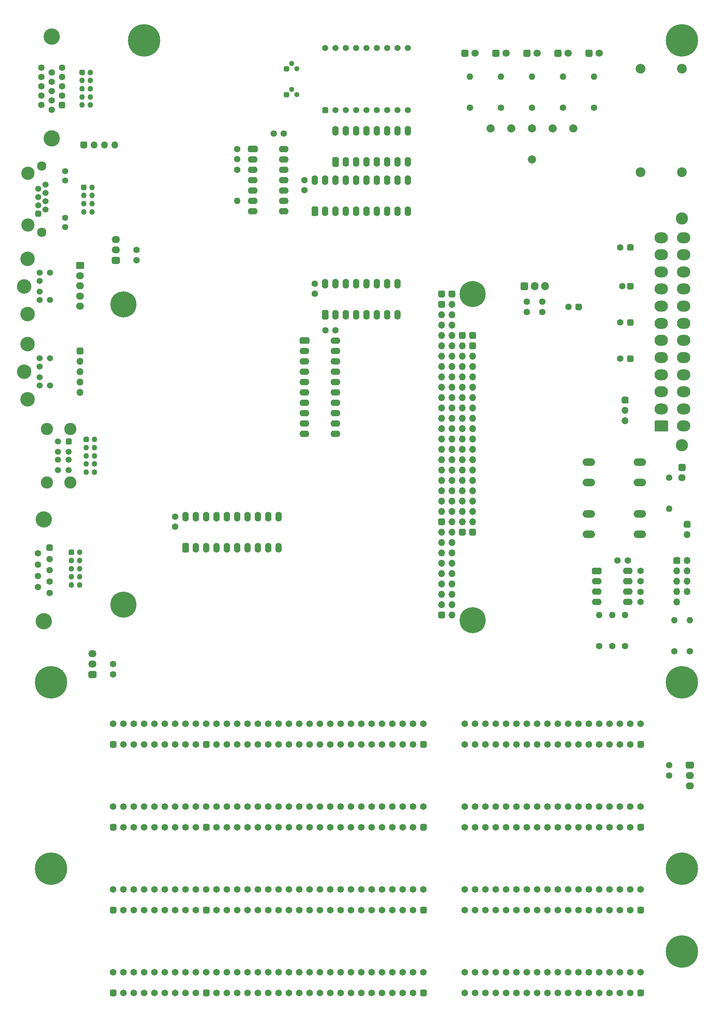
<source format=gbr>
%TF.GenerationSoftware,KiCad,Pcbnew,(5.1.10)-1*%
%TF.CreationDate,2021-09-07T03:02:04-07:00*%
%TF.ProjectId,matx-pc104,6d617478-2d70-4633-9130-342e6b696361,rev?*%
%TF.SameCoordinates,PX18392c0PYda028c0*%
%TF.FileFunction,Soldermask,Top*%
%TF.FilePolarity,Negative*%
%FSLAX46Y46*%
G04 Gerber Fmt 4.6, Leading zero omitted, Abs format (unit mm)*
G04 Created by KiCad (PCBNEW (5.1.10)-1) date 2021-09-07 03:02:04*
%MOMM*%
%LPD*%
G01*
G04 APERTURE LIST*
%ADD10O,1.600000X1.600000*%
%ADD11C,1.600000*%
%ADD12C,1.800000*%
%ADD13O,1.700000X1.700000*%
%ADD14O,1.350000X1.350000*%
%ADD15O,1.950000X1.700000*%
%ADD16C,4.000000*%
%ADD17C,2.000000*%
%ADD18O,2.400000X1.600000*%
%ADD19C,1.509000*%
%ADD20C,3.555000*%
%ADD21C,1.500000*%
%ADD22C,3.000000*%
%ADD23C,3.250000*%
%ADD24C,2.300000*%
%ADD25O,1.600000X2.400000*%
%ADD26C,1.300000*%
%ADD27O,2.030000X1.730000*%
%ADD28O,3.048000X1.850000*%
%ADD29O,2.400000X2.400000*%
%ADD30C,2.400000*%
%ADD31O,1.905000X2.000000*%
%ADD32C,6.400000*%
%ADD33C,1.651000*%
%ADD34O,3.300000X2.700000*%
%ADD35C,7.924800*%
G04 APERTURE END LIST*
D10*
%TO.C,R14*%
X151765000Y88265000D03*
D11*
X151765000Y95885000D03*
%TD*%
D12*
%TO.C,D6*%
X154940000Y95885000D03*
G36*
G01*
X154490000Y99325000D02*
X155390000Y99325000D01*
G75*
G02*
X155840000Y98875000I0J-450000D01*
G01*
X155840000Y97975000D01*
G75*
G02*
X155390000Y97525000I-450000J0D01*
G01*
X154490000Y97525000D01*
G75*
G02*
X154040000Y97975000I0J450000D01*
G01*
X154040000Y98875000D01*
G75*
G02*
X154490000Y99325000I450000J0D01*
G01*
G37*
%TD*%
D13*
%TO.C,J20*%
X15621000Y177546000D03*
X13081000Y177546000D03*
X10541000Y177546000D03*
G36*
G01*
X8426000Y176696000D02*
X7576000Y176696000D01*
G75*
G02*
X7151000Y177121000I0J425000D01*
G01*
X7151000Y177971000D01*
G75*
G02*
X7576000Y178396000I425000J0D01*
G01*
X8426000Y178396000D01*
G75*
G02*
X8851000Y177971000I0J-425000D01*
G01*
X8851000Y177121000D01*
G75*
G02*
X8426000Y176696000I-425000J0D01*
G01*
G37*
%TD*%
D14*
%TO.C,J25*%
X6953000Y69597000D03*
X4953000Y69597000D03*
X6953000Y71597000D03*
X4953000Y71597000D03*
X6953000Y73597000D03*
X4953000Y73597000D03*
X6953000Y75597000D03*
X4953000Y75597000D03*
X6953000Y77597000D03*
G36*
G01*
X4278000Y77259500D02*
X4278000Y77934500D01*
G75*
G02*
X4615500Y78272000I337500J0D01*
G01*
X5290500Y78272000D01*
G75*
G02*
X5628000Y77934500I0J-337500D01*
G01*
X5628000Y77259500D01*
G75*
G02*
X5290500Y76922000I-337500J0D01*
G01*
X4615500Y76922000D01*
G75*
G02*
X4278000Y77259500I0J337500D01*
G01*
G37*
%TD*%
%TO.C,J24*%
X10636000Y97283000D03*
X8636000Y97283000D03*
X10636000Y99283000D03*
X8636000Y99283000D03*
X10636000Y101283000D03*
X8636000Y101283000D03*
X10636000Y103283000D03*
X8636000Y103283000D03*
X10636000Y105283000D03*
G36*
G01*
X7961000Y104945500D02*
X7961000Y105620500D01*
G75*
G02*
X8298500Y105958000I337500J0D01*
G01*
X8973500Y105958000D01*
G75*
G02*
X9311000Y105620500I0J-337500D01*
G01*
X9311000Y104945500D01*
G75*
G02*
X8973500Y104608000I-337500J0D01*
G01*
X8298500Y104608000D01*
G75*
G02*
X7961000Y104945500I0J337500D01*
G01*
G37*
%TD*%
D13*
%TO.C,J23*%
X7112000Y116840000D03*
X7112000Y119380000D03*
X7112000Y121920000D03*
X7112000Y124460000D03*
G36*
G01*
X6262000Y126575000D02*
X6262000Y127425000D01*
G75*
G02*
X6687000Y127850000I425000J0D01*
G01*
X7537000Y127850000D01*
G75*
G02*
X7962000Y127425000I0J-425000D01*
G01*
X7962000Y126575000D01*
G75*
G02*
X7537000Y126150000I-425000J0D01*
G01*
X6687000Y126150000D01*
G75*
G02*
X6262000Y126575000I0J425000D01*
G01*
G37*
%TD*%
D15*
%TO.C,J22*%
X7112000Y137955000D03*
X7112000Y140455000D03*
X7112000Y142955000D03*
X7112000Y145455000D03*
G36*
G01*
X6387000Y148805000D02*
X7837000Y148805000D01*
G75*
G02*
X8087000Y148555000I0J-250000D01*
G01*
X8087000Y147355000D01*
G75*
G02*
X7837000Y147105000I-250000J0D01*
G01*
X6387000Y147105000D01*
G75*
G02*
X6137000Y147355000I0J250000D01*
G01*
X6137000Y148555000D01*
G75*
G02*
X6387000Y148805000I250000J0D01*
G01*
G37*
%TD*%
D14*
%TO.C,J21*%
X10001000Y161132000D03*
X8001000Y161132000D03*
X10001000Y163132000D03*
X8001000Y163132000D03*
X10001000Y165132000D03*
X8001000Y165132000D03*
X10001000Y167132000D03*
G36*
G01*
X7326000Y166794500D02*
X7326000Y167469500D01*
G75*
G02*
X7663500Y167807000I337500J0D01*
G01*
X8338500Y167807000D01*
G75*
G02*
X8676000Y167469500I0J-337500D01*
G01*
X8676000Y166794500D01*
G75*
G02*
X8338500Y166457000I-337500J0D01*
G01*
X7663500Y166457000D01*
G75*
G02*
X7326000Y166794500I0J337500D01*
G01*
G37*
%TD*%
%TO.C,J19*%
X9620000Y187326000D03*
X7620000Y187326000D03*
X9620000Y189326000D03*
X7620000Y189326000D03*
X9620000Y191326000D03*
X7620000Y191326000D03*
X9620000Y193326000D03*
X7620000Y193326000D03*
X9620000Y195326000D03*
G36*
G01*
X6945000Y194988500D02*
X6945000Y195663500D01*
G75*
G02*
X7282500Y196001000I337500J0D01*
G01*
X7957500Y196001000D01*
G75*
G02*
X8295000Y195663500I0J-337500D01*
G01*
X8295000Y194988500D01*
G75*
G02*
X7957500Y194651000I-337500J0D01*
G01*
X7282500Y194651000D01*
G75*
G02*
X6945000Y194988500I0J337500D01*
G01*
G37*
%TD*%
D16*
%TO.C,J18*%
X-1801000Y60700000D03*
X-1801000Y85700000D03*
D11*
X-3221000Y69045000D03*
X-3221000Y71815000D03*
X-3221000Y74585000D03*
X-3221000Y77355000D03*
X-381000Y67660000D03*
X-381000Y70430000D03*
X-381000Y73200000D03*
X-381000Y75970000D03*
G36*
G01*
X-781000Y79540000D02*
X19000Y79540000D01*
G75*
G02*
X419000Y79140000I0J-400000D01*
G01*
X419000Y78340000D01*
G75*
G02*
X19000Y77940000I-400000J0D01*
G01*
X-781000Y77940000D01*
G75*
G02*
X-1181000Y78340000I0J400000D01*
G01*
X-1181000Y79140000D01*
G75*
G02*
X-781000Y79540000I400000J0D01*
G01*
G37*
%TD*%
D17*
%TO.C,TP5*%
X128270000Y181610000D03*
%TD*%
%TO.C,TP4*%
X123190000Y181610000D03*
%TD*%
%TO.C,TP3*%
X118110000Y181610000D03*
%TD*%
%TO.C,TP2*%
X113030000Y181610000D03*
%TD*%
%TO.C,TP1*%
X107950000Y181610000D03*
%TD*%
%TO.C,TP6*%
X118110000Y173990000D03*
%TD*%
D18*
%TO.C,U7*%
X57150000Y176530000D03*
X49530000Y161290000D03*
X57150000Y173990000D03*
X49530000Y163830000D03*
X57150000Y171450000D03*
X49530000Y166370000D03*
X57150000Y168910000D03*
X49530000Y168910000D03*
X57150000Y166370000D03*
X49530000Y171450000D03*
X57150000Y163830000D03*
X49530000Y173990000D03*
X57150000Y161290000D03*
G36*
G01*
X48330000Y176130000D02*
X48330000Y176930000D01*
G75*
G02*
X48730000Y177330000I400000J0D01*
G01*
X50330000Y177330000D01*
G75*
G02*
X50730000Y176930000I0J-400000D01*
G01*
X50730000Y176130000D01*
G75*
G02*
X50330000Y175730000I-400000J0D01*
G01*
X48730000Y175730000D01*
G75*
G02*
X48330000Y176130000I0J400000D01*
G01*
G37*
%TD*%
D10*
%TO.C,R11*%
X45720000Y163830000D03*
D11*
X45720000Y171450000D03*
%TD*%
%TO.C,C16*%
X57150000Y180340000D03*
X54650000Y180340000D03*
%TD*%
%TO.C,C15*%
X45720000Y176530000D03*
X45720000Y174030000D03*
%TD*%
D13*
%TO.C,J8*%
X153670000Y65405000D03*
X156210000Y67945000D03*
X153670000Y67945000D03*
X156210000Y70485000D03*
X153670000Y70485000D03*
X156210000Y73025000D03*
X153670000Y73025000D03*
X156210000Y75565000D03*
G36*
G01*
X152820000Y75140000D02*
X152820000Y75990000D01*
G75*
G02*
X153245000Y76415000I425000J0D01*
G01*
X154095000Y76415000D01*
G75*
G02*
X154520000Y75990000I0J-425000D01*
G01*
X154520000Y75140000D01*
G75*
G02*
X154095000Y74715000I-425000J0D01*
G01*
X153245000Y74715000D01*
G75*
G02*
X152820000Y75140000I0J425000D01*
G01*
G37*
%TD*%
%TO.C,U4*%
G36*
G01*
X61030000Y129140000D02*
X61030000Y129940000D01*
G75*
G02*
X61430000Y130340000I400000J0D01*
G01*
X63030000Y130340000D01*
G75*
G02*
X63430000Y129940000I0J-400000D01*
G01*
X63430000Y129140000D01*
G75*
G02*
X63030000Y128740000I-400000J0D01*
G01*
X61430000Y128740000D01*
G75*
G02*
X61030000Y129140000I0J400000D01*
G01*
G37*
D18*
X69850000Y106680000D03*
X62230000Y127000000D03*
X69850000Y109220000D03*
X62230000Y124460000D03*
X69850000Y111760000D03*
X62230000Y121920000D03*
X69850000Y114300000D03*
X62230000Y119380000D03*
X69850000Y116840000D03*
X62230000Y116840000D03*
X69850000Y119380000D03*
X62230000Y114300000D03*
X69850000Y121920000D03*
X62230000Y111760000D03*
X69850000Y124460000D03*
X62230000Y109220000D03*
X69850000Y127000000D03*
X62230000Y106680000D03*
X69850000Y129540000D03*
%TD*%
%TO.C,JP1*%
G36*
G01*
X140120000Y114510000D02*
X140120000Y115360000D01*
G75*
G02*
X140545000Y115785000I425000J0D01*
G01*
X141395000Y115785000D01*
G75*
G02*
X141820000Y115360000I0J-425000D01*
G01*
X141820000Y114510000D01*
G75*
G02*
X141395000Y114085000I-425000J0D01*
G01*
X140545000Y114085000D01*
G75*
G02*
X140120000Y114510000I0J425000D01*
G01*
G37*
D13*
X140970000Y112395000D03*
X140970000Y109855000D03*
%TD*%
D19*
%TO.C,J16*%
X-2794000Y123190000D03*
X-2794000Y120590000D03*
X-2794000Y125240000D03*
X-2794000Y118540000D03*
X-304000Y125240000D03*
X-304000Y118540000D03*
D20*
X-6604000Y121890000D03*
X-5794000Y115130000D03*
X-5794000Y128650000D03*
%TD*%
%TO.C,J13*%
G36*
G01*
X2267000Y188125000D02*
X3067000Y188125000D01*
G75*
G02*
X3467000Y187725000I0J-400000D01*
G01*
X3467000Y186925000D01*
G75*
G02*
X3067000Y186525000I-400000J0D01*
G01*
X2267000Y186525000D01*
G75*
G02*
X1867000Y186925000I0J400000D01*
G01*
X1867000Y187725000D01*
G75*
G02*
X2267000Y188125000I400000J0D01*
G01*
G37*
D11*
X2667000Y189615000D03*
X2667000Y191905000D03*
X2667000Y194195000D03*
X2667000Y196485000D03*
X127000Y186180000D03*
X127000Y188470000D03*
X127000Y190760000D03*
X127000Y193050000D03*
X127000Y195340000D03*
X-2413000Y187325000D03*
X-2413000Y189615000D03*
X-2413000Y191905000D03*
X-2413000Y194195000D03*
X-2413000Y196485000D03*
D16*
X167000Y204140000D03*
X167000Y179140000D03*
%TD*%
D19*
%TO.C,J15*%
X-2794000Y144145000D03*
X-2794000Y141545000D03*
X-2794000Y146195000D03*
X-2794000Y139495000D03*
X-304000Y146195000D03*
X-304000Y139495000D03*
D20*
X-6604000Y142845000D03*
X-5794000Y136085000D03*
X-5794000Y149605000D03*
%TD*%
D21*
%TO.C,J17*%
X1698000Y97775000D03*
X1698000Y100275000D03*
X1698000Y102275000D03*
X1698000Y104775000D03*
D22*
X-1012000Y94705000D03*
X-1012000Y107845000D03*
D21*
X4318000Y97775000D03*
X4318000Y100275000D03*
X4318000Y102275000D03*
G36*
G01*
X3943000Y105525000D02*
X4693000Y105525000D01*
G75*
G02*
X5068000Y105150000I0J-375000D01*
G01*
X5068000Y104400000D01*
G75*
G02*
X4693000Y104025000I-375000J0D01*
G01*
X3943000Y104025000D01*
G75*
G02*
X3568000Y104400000I0J375000D01*
G01*
X3568000Y105150000D01*
G75*
G02*
X3943000Y105525000I375000J0D01*
G01*
G37*
D22*
X4668000Y107845000D03*
X4668000Y94705000D03*
%TD*%
%TO.C,J14*%
G36*
G01*
X-2800000Y159905000D02*
X-3550000Y159905000D01*
G75*
G02*
X-3925000Y160280000I0J375000D01*
G01*
X-3925000Y161030000D01*
G75*
G02*
X-3550000Y161405000I375000J0D01*
G01*
X-2800000Y161405000D01*
G75*
G02*
X-2425000Y161030000I0J-375000D01*
G01*
X-2425000Y160280000D01*
G75*
G02*
X-2800000Y159905000I-375000J0D01*
G01*
G37*
D21*
X-3175000Y162687000D03*
X-3175000Y164719000D03*
X-3175000Y166751000D03*
X-1395000Y161671000D03*
X-1395000Y163703000D03*
X-1395000Y165735000D03*
X-1395000Y167767000D03*
D23*
X-5715000Y157865000D03*
X-5715000Y170565000D03*
D24*
X-2285000Y172345000D03*
X-2285000Y156085000D03*
D21*
X3425000Y157355000D03*
X3425000Y159645000D03*
X3425000Y168785000D03*
X3425000Y171075000D03*
%TD*%
D25*
%TO.C,RN1*%
X69850000Y180975000D03*
X87630000Y173355000D03*
X72390000Y180975000D03*
X85090000Y173355000D03*
X74930000Y180975000D03*
X82550000Y173355000D03*
X77470000Y180975000D03*
X80010000Y173355000D03*
X80010000Y180975000D03*
X77470000Y173355000D03*
X82550000Y180975000D03*
X74930000Y173355000D03*
X85090000Y180975000D03*
X72390000Y173355000D03*
X87630000Y180975000D03*
G36*
G01*
X70250000Y172155000D02*
X69450000Y172155000D01*
G75*
G02*
X69050000Y172555000I0J400000D01*
G01*
X69050000Y174155000D01*
G75*
G02*
X69450000Y174555000I400000J0D01*
G01*
X70250000Y174555000D01*
G75*
G02*
X70650000Y174155000I0J-400000D01*
G01*
X70650000Y172555000D01*
G75*
G02*
X70250000Y172155000I-400000J0D01*
G01*
G37*
%TD*%
%TO.C,Q2*%
G36*
G01*
X57135000Y189540000D02*
X57135000Y190190000D01*
G75*
G02*
X57460000Y190515000I325000J0D01*
G01*
X58110000Y190515000D01*
G75*
G02*
X58435000Y190190000I0J-325000D01*
G01*
X58435000Y189540000D01*
G75*
G02*
X58110000Y189215000I-325000J0D01*
G01*
X57460000Y189215000D01*
G75*
G02*
X57135000Y189540000I0J325000D01*
G01*
G37*
D26*
X60325000Y189865000D03*
X59055000Y191135000D03*
%TD*%
%TO.C,Q1*%
G36*
G01*
X57135000Y195890000D02*
X57135000Y196540000D01*
G75*
G02*
X57460000Y196865000I325000J0D01*
G01*
X58110000Y196865000D01*
G75*
G02*
X58435000Y196540000I0J-325000D01*
G01*
X58435000Y195890000D01*
G75*
G02*
X58110000Y195565000I-325000J0D01*
G01*
X57460000Y195565000D01*
G75*
G02*
X57135000Y195890000I0J325000D01*
G01*
G37*
X60325000Y196215000D03*
X59055000Y197485000D03*
%TD*%
D25*
%TO.C,U6*%
X64770000Y168910000D03*
X87630000Y161290000D03*
X67310000Y168910000D03*
X85090000Y161290000D03*
X69850000Y168910000D03*
X82550000Y161290000D03*
X72390000Y168910000D03*
X80010000Y161290000D03*
X74930000Y168910000D03*
X77470000Y161290000D03*
X77470000Y168910000D03*
X74930000Y161290000D03*
X80010000Y168910000D03*
X72390000Y161290000D03*
X82550000Y168910000D03*
X69850000Y161290000D03*
X85090000Y168910000D03*
X67310000Y161290000D03*
X87630000Y168910000D03*
G36*
G01*
X65170000Y160090000D02*
X64370000Y160090000D01*
G75*
G02*
X63970000Y160490000I0J400000D01*
G01*
X63970000Y162090000D01*
G75*
G02*
X64370000Y162490000I400000J0D01*
G01*
X65170000Y162490000D01*
G75*
G02*
X65570000Y162090000I0J-400000D01*
G01*
X65570000Y160490000D01*
G75*
G02*
X65170000Y160090000I-400000J0D01*
G01*
G37*
%TD*%
D11*
%TO.C,C22*%
X151765000Y25360000D03*
X151765000Y22860000D03*
%TD*%
%TO.C,C21*%
X15240000Y47665000D03*
X15240000Y50165000D03*
%TD*%
%TO.C,C20*%
X20955000Y149265000D03*
X20955000Y151765000D03*
%TD*%
%TO.C,C14*%
X62230000Y168910000D03*
X62230000Y166410000D03*
%TD*%
%TO.C,C13*%
X30480000Y86360000D03*
X30480000Y83860000D03*
%TD*%
%TO.C,C12*%
X67350000Y132080000D03*
X69850000Y132080000D03*
%TD*%
%TO.C,C11*%
X64770000Y141010000D03*
X64770000Y143510000D03*
%TD*%
D27*
%TO.C,J10*%
X10160000Y52705000D03*
X10160000Y50165000D03*
G36*
G01*
X11175000Y48057500D02*
X11175000Y47192500D01*
G75*
G02*
X10742500Y46760000I-432500J0D01*
G01*
X9577500Y46760000D01*
G75*
G02*
X9145000Y47192500I0J432500D01*
G01*
X9145000Y48057500D01*
G75*
G02*
X9577500Y48490000I432500J0D01*
G01*
X10742500Y48490000D01*
G75*
G02*
X11175000Y48057500I0J-432500D01*
G01*
G37*
%TD*%
D21*
%TO.C,U8*%
X67310000Y201295000D03*
X69850000Y201295000D03*
X72390000Y201295000D03*
X74930000Y201295000D03*
X77470000Y201295000D03*
X80010000Y201295000D03*
X82550000Y201295000D03*
X85090000Y201295000D03*
X87630000Y201295000D03*
X87630000Y186055000D03*
X85090000Y186055000D03*
X82550000Y186055000D03*
X80010000Y186055000D03*
X77470000Y186055000D03*
X74930000Y186055000D03*
X72390000Y186055000D03*
X69850000Y186055000D03*
G36*
G01*
X67685000Y185305000D02*
X66935000Y185305000D01*
G75*
G02*
X66560000Y185680000I0J375000D01*
G01*
X66560000Y186430000D01*
G75*
G02*
X66935000Y186805000I375000J0D01*
G01*
X67685000Y186805000D01*
G75*
G02*
X68060000Y186430000I0J-375000D01*
G01*
X68060000Y185680000D01*
G75*
G02*
X67685000Y185305000I-375000J0D01*
G01*
G37*
%TD*%
%TO.C,U2*%
G36*
G01*
X132785000Y72625000D02*
X132785000Y73425000D01*
G75*
G02*
X133185000Y73825000I400000J0D01*
G01*
X134785000Y73825000D01*
G75*
G02*
X135185000Y73425000I0J-400000D01*
G01*
X135185000Y72625000D01*
G75*
G02*
X134785000Y72225000I-400000J0D01*
G01*
X133185000Y72225000D01*
G75*
G02*
X132785000Y72625000I0J400000D01*
G01*
G37*
D18*
X141605000Y65405000D03*
X133985000Y70485000D03*
X141605000Y67945000D03*
X133985000Y67945000D03*
X141605000Y70485000D03*
X133985000Y65405000D03*
X141605000Y73025000D03*
%TD*%
D28*
%TO.C,SW2*%
X132080000Y81995000D03*
X132080000Y86995000D03*
X144580000Y81995000D03*
X144580000Y86995000D03*
%TD*%
%TO.C,SW1*%
X132080000Y94695000D03*
X132080000Y99695000D03*
X144580000Y94695000D03*
X144580000Y99695000D03*
%TD*%
D10*
%TO.C,R10*%
X153035000Y60960000D03*
D11*
X153035000Y53340000D03*
%TD*%
D10*
%TO.C,R9*%
X156845000Y60960000D03*
D11*
X156845000Y53340000D03*
%TD*%
D10*
%TO.C,R3*%
X140970000Y62230000D03*
D11*
X140970000Y54610000D03*
%TD*%
D10*
%TO.C,R2*%
X134620000Y62230000D03*
D11*
X134620000Y54610000D03*
%TD*%
D10*
%TO.C,R1*%
X137795000Y62230000D03*
D11*
X137795000Y54610000D03*
%TD*%
D13*
%TO.C,J12*%
X156210000Y81915000D03*
G36*
G01*
X155360000Y84030000D02*
X155360000Y84880000D01*
G75*
G02*
X155785000Y85305000I425000J0D01*
G01*
X156635000Y85305000D01*
G75*
G02*
X157060000Y84880000I0J-425000D01*
G01*
X157060000Y84030000D01*
G75*
G02*
X156635000Y83605000I-425000J0D01*
G01*
X155785000Y83605000D01*
G75*
G02*
X155360000Y84030000I0J425000D01*
G01*
G37*
%TD*%
D11*
%TO.C,C10*%
X144780000Y65405000D03*
X144780000Y67905000D03*
%TD*%
%TO.C,C9*%
X141605000Y75565000D03*
X139105000Y75565000D03*
%TD*%
%TO.C,C8*%
X144780000Y70525000D03*
X144780000Y73025000D03*
%TD*%
D25*
%TO.C,U5*%
X33020000Y86360000D03*
X55880000Y78740000D03*
X35560000Y86360000D03*
X53340000Y78740000D03*
X38100000Y86360000D03*
X50800000Y78740000D03*
X40640000Y86360000D03*
X48260000Y78740000D03*
X43180000Y86360000D03*
X45720000Y78740000D03*
X45720000Y86360000D03*
X43180000Y78740000D03*
X48260000Y86360000D03*
X40640000Y78740000D03*
X50800000Y86360000D03*
X38100000Y78740000D03*
X53340000Y86360000D03*
X35560000Y78740000D03*
X55880000Y86360000D03*
G36*
G01*
X33420000Y77540000D02*
X32620000Y77540000D01*
G75*
G02*
X32220000Y77940000I0J400000D01*
G01*
X32220000Y79540000D01*
G75*
G02*
X32620000Y79940000I400000J0D01*
G01*
X33420000Y79940000D01*
G75*
G02*
X33820000Y79540000I0J-400000D01*
G01*
X33820000Y77940000D01*
G75*
G02*
X33420000Y77540000I-400000J0D01*
G01*
G37*
%TD*%
%TO.C,U3*%
X67310000Y143510000D03*
X85090000Y135890000D03*
X69850000Y143510000D03*
X82550000Y135890000D03*
X72390000Y143510000D03*
X80010000Y135890000D03*
X74930000Y143510000D03*
X77470000Y135890000D03*
X77470000Y143510000D03*
X74930000Y135890000D03*
X80010000Y143510000D03*
X72390000Y135890000D03*
X82550000Y143510000D03*
X69850000Y135890000D03*
X85090000Y143510000D03*
G36*
G01*
X67710000Y134690000D02*
X66910000Y134690000D01*
G75*
G02*
X66510000Y135090000I0J400000D01*
G01*
X66510000Y136690000D01*
G75*
G02*
X66910000Y137090000I400000J0D01*
G01*
X67710000Y137090000D01*
G75*
G02*
X68110000Y136690000I0J-400000D01*
G01*
X68110000Y135090000D01*
G75*
G02*
X67710000Y134690000I-400000J0D01*
G01*
G37*
%TD*%
D11*
%TO.C,R8*%
X133350000Y186690000D03*
D10*
X133350000Y194310000D03*
%TD*%
D11*
%TO.C,R7*%
X125730000Y186690000D03*
D10*
X125730000Y194310000D03*
%TD*%
D11*
%TO.C,R6*%
X118110000Y186690000D03*
D10*
X118110000Y194310000D03*
%TD*%
D11*
%TO.C,R5*%
X110490000Y186690000D03*
D10*
X110490000Y194310000D03*
%TD*%
D11*
%TO.C,R4*%
X102870000Y186690000D03*
D10*
X102870000Y194310000D03*
%TD*%
D27*
%TO.C,J11*%
X156845000Y20320000D03*
X156845000Y22860000D03*
G36*
G01*
X155830000Y24967500D02*
X155830000Y25832500D01*
G75*
G02*
X156262500Y26265000I432500J0D01*
G01*
X157427500Y26265000D01*
G75*
G02*
X157860000Y25832500I0J-432500D01*
G01*
X157860000Y24967500D01*
G75*
G02*
X157427500Y24535000I-432500J0D01*
G01*
X156262500Y24535000D01*
G75*
G02*
X155830000Y24967500I0J432500D01*
G01*
G37*
%TD*%
%TO.C,J9*%
X15875000Y154305000D03*
X15875000Y151765000D03*
G36*
G01*
X16890000Y149657500D02*
X16890000Y148792500D01*
G75*
G02*
X16457500Y148360000I-432500J0D01*
G01*
X15292500Y148360000D01*
G75*
G02*
X14860000Y148792500I0J432500D01*
G01*
X14860000Y149657500D01*
G75*
G02*
X15292500Y150090000I432500J0D01*
G01*
X16457500Y150090000D01*
G75*
G02*
X16890000Y149657500I0J-432500D01*
G01*
G37*
%TD*%
%TO.C,D5*%
G36*
G01*
X131180000Y199575000D02*
X131180000Y200475000D01*
G75*
G02*
X131630000Y200925000I450000J0D01*
G01*
X132530000Y200925000D01*
G75*
G02*
X132980000Y200475000I0J-450000D01*
G01*
X132980000Y199575000D01*
G75*
G02*
X132530000Y199125000I-450000J0D01*
G01*
X131630000Y199125000D01*
G75*
G02*
X131180000Y199575000I0J450000D01*
G01*
G37*
D12*
X134620000Y200025000D03*
%TD*%
%TO.C,D4*%
G36*
G01*
X123560000Y199575000D02*
X123560000Y200475000D01*
G75*
G02*
X124010000Y200925000I450000J0D01*
G01*
X124910000Y200925000D01*
G75*
G02*
X125360000Y200475000I0J-450000D01*
G01*
X125360000Y199575000D01*
G75*
G02*
X124910000Y199125000I-450000J0D01*
G01*
X124010000Y199125000D01*
G75*
G02*
X123560000Y199575000I0J450000D01*
G01*
G37*
X127000000Y200025000D03*
%TD*%
%TO.C,D3*%
G36*
G01*
X115940000Y199575000D02*
X115940000Y200475000D01*
G75*
G02*
X116390000Y200925000I450000J0D01*
G01*
X117290000Y200925000D01*
G75*
G02*
X117740000Y200475000I0J-450000D01*
G01*
X117740000Y199575000D01*
G75*
G02*
X117290000Y199125000I-450000J0D01*
G01*
X116390000Y199125000D01*
G75*
G02*
X115940000Y199575000I0J450000D01*
G01*
G37*
X119380000Y200025000D03*
%TD*%
%TO.C,D2*%
G36*
G01*
X108320000Y199575000D02*
X108320000Y200475000D01*
G75*
G02*
X108770000Y200925000I450000J0D01*
G01*
X109670000Y200925000D01*
G75*
G02*
X110120000Y200475000I0J-450000D01*
G01*
X110120000Y199575000D01*
G75*
G02*
X109670000Y199125000I-450000J0D01*
G01*
X108770000Y199125000D01*
G75*
G02*
X108320000Y199575000I0J450000D01*
G01*
G37*
X111760000Y200025000D03*
%TD*%
%TO.C,D1*%
G36*
G01*
X100700000Y199575000D02*
X100700000Y200475000D01*
G75*
G02*
X101150000Y200925000I450000J0D01*
G01*
X102050000Y200925000D01*
G75*
G02*
X102500000Y200475000I0J-450000D01*
G01*
X102500000Y199575000D01*
G75*
G02*
X102050000Y199125000I-450000J0D01*
G01*
X101150000Y199125000D01*
G75*
G02*
X100700000Y199575000I0J450000D01*
G01*
G37*
X104140000Y200025000D03*
%TD*%
D29*
%TO.C,R13*%
X154940000Y196215000D03*
D30*
X154940000Y170815000D03*
%TD*%
D29*
%TO.C,R12*%
X144780000Y196215000D03*
D30*
X144780000Y170815000D03*
%TD*%
D11*
%TO.C,C4*%
X139740000Y125095000D03*
G36*
G01*
X143040000Y125495000D02*
X143040000Y124695000D01*
G75*
G02*
X142640000Y124295000I-400000J0D01*
G01*
X141840000Y124295000D01*
G75*
G02*
X141440000Y124695000I0J400000D01*
G01*
X141440000Y125495000D01*
G75*
G02*
X141840000Y125895000I400000J0D01*
G01*
X142640000Y125895000D01*
G75*
G02*
X143040000Y125495000I0J-400000D01*
G01*
G37*
%TD*%
%TO.C,C3*%
X140240000Y142875000D03*
G36*
G01*
X143040000Y143275000D02*
X143040000Y142475000D01*
G75*
G02*
X142640000Y142075000I-400000J0D01*
G01*
X141840000Y142075000D01*
G75*
G02*
X141440000Y142475000I0J400000D01*
G01*
X141440000Y143275000D01*
G75*
G02*
X141840000Y143675000I400000J0D01*
G01*
X142640000Y143675000D01*
G75*
G02*
X143040000Y143275000I0J-400000D01*
G01*
G37*
%TD*%
D31*
%TO.C,U1*%
X121285000Y142875000D03*
X118745000Y142875000D03*
G36*
G01*
X115252500Y142351250D02*
X115252500Y143398750D01*
G75*
G02*
X115728750Y143875000I476250J0D01*
G01*
X116681250Y143875000D01*
G75*
G02*
X117157500Y143398750I0J-476250D01*
G01*
X117157500Y142351250D01*
G75*
G02*
X116681250Y141875000I-476250J0D01*
G01*
X115728750Y141875000D01*
G75*
G02*
X115252500Y142351250I0J476250D01*
G01*
G37*
%TD*%
%TO.C,C7*%
G36*
G01*
X130340000Y138195000D02*
X130340000Y137395000D01*
G75*
G02*
X129940000Y136995000I-400000J0D01*
G01*
X129140000Y136995000D01*
G75*
G02*
X128740000Y137395000I0J400000D01*
G01*
X128740000Y138195000D01*
G75*
G02*
X129140000Y138595000I400000J0D01*
G01*
X129940000Y138595000D01*
G75*
G02*
X130340000Y138195000I0J-400000D01*
G01*
G37*
D11*
X127040000Y137795000D03*
%TD*%
%TO.C,C6*%
X120650000Y136565000D03*
X120650000Y139065000D03*
%TD*%
%TO.C,C5*%
X116840000Y136565000D03*
X116840000Y139065000D03*
%TD*%
%TO.C,C2*%
X139740000Y133985000D03*
G36*
G01*
X143040000Y134385000D02*
X143040000Y133585000D01*
G75*
G02*
X142640000Y133185000I-400000J0D01*
G01*
X141840000Y133185000D01*
G75*
G02*
X141440000Y133585000I0J400000D01*
G01*
X141440000Y134385000D01*
G75*
G02*
X141840000Y134785000I400000J0D01*
G01*
X142640000Y134785000D01*
G75*
G02*
X143040000Y134385000I0J-400000D01*
G01*
G37*
%TD*%
%TO.C,C1*%
X139740000Y152400000D03*
G36*
G01*
X143040000Y152800000D02*
X143040000Y152000000D01*
G75*
G02*
X142640000Y151600000I-400000J0D01*
G01*
X141840000Y151600000D01*
G75*
G02*
X141440000Y152000000I0J400000D01*
G01*
X141440000Y152800000D01*
G75*
G02*
X141840000Y153200000I400000J0D01*
G01*
X142640000Y153200000D01*
G75*
G02*
X143040000Y152800000I0J-400000D01*
G01*
G37*
%TD*%
%TO.C,J2*%
G36*
G01*
X99275000Y141395000D02*
X99275000Y140545000D01*
G75*
G02*
X98850000Y140120000I-425000J0D01*
G01*
X98000000Y140120000D01*
G75*
G02*
X97575000Y140545000I0J425000D01*
G01*
X97575000Y141395000D01*
G75*
G02*
X98000000Y141820000I425000J0D01*
G01*
X98850000Y141820000D01*
G75*
G02*
X99275000Y141395000I0J-425000D01*
G01*
G37*
G36*
G01*
X96735000Y141395000D02*
X96735000Y140545000D01*
G75*
G02*
X96310000Y140120000I-425000J0D01*
G01*
X95460000Y140120000D01*
G75*
G02*
X95035000Y140545000I0J425000D01*
G01*
X95035000Y141395000D01*
G75*
G02*
X95460000Y141820000I425000J0D01*
G01*
X96310000Y141820000D01*
G75*
G02*
X96735000Y141395000I0J-425000D01*
G01*
G37*
D13*
X98425000Y138430000D03*
G36*
G01*
X96735000Y138855000D02*
X96735000Y138005000D01*
G75*
G02*
X96310000Y137580000I-425000J0D01*
G01*
X95460000Y137580000D01*
G75*
G02*
X95035000Y138005000I0J425000D01*
G01*
X95035000Y138855000D01*
G75*
G02*
X95460000Y139280000I425000J0D01*
G01*
X96310000Y139280000D01*
G75*
G02*
X96735000Y138855000I0J-425000D01*
G01*
G37*
X98425000Y135890000D03*
X95885000Y135890000D03*
X98425000Y133350000D03*
X95885000Y133350000D03*
X98425000Y130810000D03*
X95885000Y130810000D03*
X98425000Y128270000D03*
X95885000Y128270000D03*
X98425000Y125730000D03*
X95885000Y125730000D03*
X98425000Y123190000D03*
X95885000Y123190000D03*
X98425000Y120650000D03*
X95885000Y120650000D03*
X98425000Y118110000D03*
X95885000Y118110000D03*
X98425000Y115570000D03*
X95885000Y115570000D03*
X98425000Y113030000D03*
X95885000Y113030000D03*
X98425000Y110490000D03*
X95885000Y110490000D03*
X98425000Y107950000D03*
X95885000Y107950000D03*
X98425000Y105410000D03*
X95885000Y105410000D03*
X98425000Y102870000D03*
X95885000Y102870000D03*
X98425000Y100330000D03*
X95885000Y100330000D03*
X98425000Y97790000D03*
X95885000Y97790000D03*
X98425000Y95250000D03*
X95885000Y95250000D03*
X98425000Y92710000D03*
X95885000Y92710000D03*
X98425000Y90170000D03*
X95885000Y90170000D03*
X98425000Y87630000D03*
X95885000Y87630000D03*
X98425000Y85090000D03*
G36*
G01*
X96735000Y85515000D02*
X96735000Y84665000D01*
G75*
G02*
X96310000Y84240000I-425000J0D01*
G01*
X95460000Y84240000D01*
G75*
G02*
X95035000Y84665000I0J425000D01*
G01*
X95035000Y85515000D01*
G75*
G02*
X95460000Y85940000I425000J0D01*
G01*
X96310000Y85940000D01*
G75*
G02*
X96735000Y85515000I0J-425000D01*
G01*
G37*
X98425000Y82550000D03*
X95885000Y82550000D03*
X98425000Y80010000D03*
X95885000Y80010000D03*
X98425000Y77470000D03*
X95885000Y77470000D03*
X98425000Y74930000D03*
X95885000Y74930000D03*
X98425000Y72390000D03*
X95885000Y72390000D03*
X98425000Y69850000D03*
X95885000Y69850000D03*
X98425000Y67310000D03*
X95885000Y67310000D03*
X98425000Y64770000D03*
X95885000Y64770000D03*
X98425000Y62230000D03*
G36*
G01*
X96735000Y62655000D02*
X96735000Y61805000D01*
G75*
G02*
X96310000Y61380000I-425000J0D01*
G01*
X95460000Y61380000D01*
G75*
G02*
X95035000Y61805000I0J425000D01*
G01*
X95035000Y62655000D01*
G75*
G02*
X95460000Y63080000I425000J0D01*
G01*
X96310000Y63080000D01*
G75*
G02*
X96735000Y62655000I0J-425000D01*
G01*
G37*
%TD*%
%TO.C,J3*%
G36*
G01*
X104355000Y131235000D02*
X104355000Y130385000D01*
G75*
G02*
X103930000Y129960000I-425000J0D01*
G01*
X103080000Y129960000D01*
G75*
G02*
X102655000Y130385000I0J425000D01*
G01*
X102655000Y131235000D01*
G75*
G02*
X103080000Y131660000I425000J0D01*
G01*
X103930000Y131660000D01*
G75*
G02*
X104355000Y131235000I0J-425000D01*
G01*
G37*
G36*
G01*
X101815000Y131235000D02*
X101815000Y130385000D01*
G75*
G02*
X101390000Y129960000I-425000J0D01*
G01*
X100540000Y129960000D01*
G75*
G02*
X100115000Y130385000I0J425000D01*
G01*
X100115000Y131235000D01*
G75*
G02*
X100540000Y131660000I425000J0D01*
G01*
X101390000Y131660000D01*
G75*
G02*
X101815000Y131235000I0J-425000D01*
G01*
G37*
G36*
G01*
X104355000Y128695000D02*
X104355000Y127845000D01*
G75*
G02*
X103930000Y127420000I-425000J0D01*
G01*
X103080000Y127420000D01*
G75*
G02*
X102655000Y127845000I0J425000D01*
G01*
X102655000Y128695000D01*
G75*
G02*
X103080000Y129120000I425000J0D01*
G01*
X103930000Y129120000D01*
G75*
G02*
X104355000Y128695000I0J-425000D01*
G01*
G37*
X100965000Y128270000D03*
X103505000Y125730000D03*
X100965000Y125730000D03*
X103505000Y123190000D03*
X100965000Y123190000D03*
X103505000Y120650000D03*
X100965000Y120650000D03*
X103505000Y118110000D03*
X100965000Y118110000D03*
X103505000Y115570000D03*
X100965000Y115570000D03*
X103505000Y113030000D03*
X100965000Y113030000D03*
X103505000Y110490000D03*
X100965000Y110490000D03*
X103505000Y107950000D03*
X100965000Y107950000D03*
X103505000Y105410000D03*
X100965000Y105410000D03*
X103505000Y102870000D03*
X100965000Y102870000D03*
X103505000Y100330000D03*
X100965000Y100330000D03*
X103505000Y97790000D03*
X100965000Y97790000D03*
X103505000Y95250000D03*
X100965000Y95250000D03*
X103505000Y92710000D03*
X100965000Y92710000D03*
X103505000Y90170000D03*
X100965000Y90170000D03*
X103505000Y87630000D03*
X100965000Y87630000D03*
X103505000Y85090000D03*
X100965000Y85090000D03*
G36*
G01*
X104355000Y82975000D02*
X104355000Y82125000D01*
G75*
G02*
X103930000Y81700000I-425000J0D01*
G01*
X103080000Y81700000D01*
G75*
G02*
X102655000Y82125000I0J425000D01*
G01*
X102655000Y82975000D01*
G75*
G02*
X103080000Y83400000I425000J0D01*
G01*
X103930000Y83400000D01*
G75*
G02*
X104355000Y82975000I0J-425000D01*
G01*
G37*
G36*
G01*
X101815000Y82975000D02*
X101815000Y82125000D01*
G75*
G02*
X101390000Y81700000I-425000J0D01*
G01*
X100540000Y81700000D01*
G75*
G02*
X100115000Y82125000I0J425000D01*
G01*
X100115000Y82975000D01*
G75*
G02*
X100540000Y83400000I425000J0D01*
G01*
X101390000Y83400000D01*
G75*
G02*
X101815000Y82975000I0J-425000D01*
G01*
G37*
%TD*%
D32*
%TO.C,H11*%
X103505000Y140970000D03*
%TD*%
%TO.C,H10*%
X17780000Y138430000D03*
%TD*%
%TO.C,H9*%
X17780000Y64770000D03*
%TD*%
%TO.C,H8*%
X103505000Y60960000D03*
%TD*%
D33*
%TO.C,J7*%
X144780000Y-25400000D03*
X142240000Y-25400000D03*
X139700000Y-25400000D03*
X137160000Y-25400000D03*
X134620000Y-25400000D03*
X132080000Y-25400000D03*
X129540000Y-25400000D03*
X127000000Y-25400000D03*
X124460000Y-25400000D03*
X121920000Y-25400000D03*
X119380000Y-25400000D03*
X116840000Y-25400000D03*
X114300000Y-25400000D03*
X111760000Y-25400000D03*
X109220000Y-25400000D03*
X106680000Y-25400000D03*
X104140000Y-25400000D03*
X101600000Y-25400000D03*
G36*
G01*
X143954500Y-30892750D02*
X143954500Y-30067250D01*
G75*
G02*
X144367250Y-29654500I412750J0D01*
G01*
X145192750Y-29654500D01*
G75*
G02*
X145605500Y-30067250I0J-412750D01*
G01*
X145605500Y-30892750D01*
G75*
G02*
X145192750Y-31305500I-412750J0D01*
G01*
X144367250Y-31305500D01*
G75*
G02*
X143954500Y-30892750I0J412750D01*
G01*
G37*
X142240000Y-30480000D03*
X139700000Y-30480000D03*
X137160000Y-30480000D03*
X134620000Y-30480000D03*
X132080000Y-30480000D03*
X129540000Y-30480000D03*
X127000000Y-30480000D03*
X124460000Y-30480000D03*
X121920000Y-30480000D03*
X119380000Y-30480000D03*
X116840000Y-30480000D03*
X114300000Y-30480000D03*
X111760000Y-30480000D03*
X109220000Y-30480000D03*
X106680000Y-30480000D03*
X104140000Y-30480000D03*
X101600000Y-30480000D03*
X91440000Y-25400000D03*
X88900000Y-25400000D03*
X86360000Y-25400000D03*
X83820000Y-25400000D03*
X81280000Y-25400000D03*
X78740000Y-25400000D03*
X76200000Y-25400000D03*
X73660000Y-25400000D03*
X71120000Y-25400000D03*
X68580000Y-25400000D03*
X66040000Y-25400000D03*
X63500000Y-25400000D03*
X60960000Y-25400000D03*
X58420000Y-25400000D03*
X55880000Y-25400000D03*
X53340000Y-25400000D03*
X50800000Y-25400000D03*
X48260000Y-25400000D03*
X45720000Y-25400000D03*
X43180000Y-25400000D03*
X40640000Y-25400000D03*
X38100000Y-25400000D03*
X35560000Y-25400000D03*
X33020000Y-25400000D03*
X30480000Y-25400000D03*
X27940000Y-25400000D03*
X25400000Y-25400000D03*
X22860000Y-25400000D03*
X20320000Y-25400000D03*
X17780000Y-25400000D03*
X15240000Y-25400000D03*
G36*
G01*
X90614500Y-30892750D02*
X90614500Y-30067250D01*
G75*
G02*
X91027250Y-29654500I412750J0D01*
G01*
X91852750Y-29654500D01*
G75*
G02*
X92265500Y-30067250I0J-412750D01*
G01*
X92265500Y-30892750D01*
G75*
G02*
X91852750Y-31305500I-412750J0D01*
G01*
X91027250Y-31305500D01*
G75*
G02*
X90614500Y-30892750I0J412750D01*
G01*
G37*
X88900000Y-30480000D03*
X86360000Y-30480000D03*
X83820000Y-30480000D03*
X81280000Y-30480000D03*
X78740000Y-30480000D03*
X76200000Y-30480000D03*
X73660000Y-30480000D03*
X71120000Y-30480000D03*
X68580000Y-30480000D03*
X66040000Y-30480000D03*
X63500000Y-30480000D03*
X60960000Y-30480000D03*
X58420000Y-30480000D03*
X55880000Y-30480000D03*
X53340000Y-30480000D03*
X50800000Y-30480000D03*
X48260000Y-30480000D03*
X45720000Y-30480000D03*
X43180000Y-30480000D03*
X40640000Y-30480000D03*
G36*
G01*
X37274500Y-30892750D02*
X37274500Y-30067250D01*
G75*
G02*
X37687250Y-29654500I412750J0D01*
G01*
X38512750Y-29654500D01*
G75*
G02*
X38925500Y-30067250I0J-412750D01*
G01*
X38925500Y-30892750D01*
G75*
G02*
X38512750Y-31305500I-412750J0D01*
G01*
X37687250Y-31305500D01*
G75*
G02*
X37274500Y-30892750I0J412750D01*
G01*
G37*
X35560000Y-30480000D03*
X33020000Y-30480000D03*
X30480000Y-30480000D03*
X27940000Y-30480000D03*
X25400000Y-30480000D03*
X22860000Y-30480000D03*
X20320000Y-30480000D03*
X17780000Y-30480000D03*
G36*
G01*
X14414500Y-30892750D02*
X14414500Y-30067250D01*
G75*
G02*
X14827250Y-29654500I412750J0D01*
G01*
X15652750Y-29654500D01*
G75*
G02*
X16065500Y-30067250I0J-412750D01*
G01*
X16065500Y-30892750D01*
G75*
G02*
X15652750Y-31305500I-412750J0D01*
G01*
X14827250Y-31305500D01*
G75*
G02*
X14414500Y-30892750I0J412750D01*
G01*
G37*
%TD*%
%TO.C,J6*%
X144780000Y-5080000D03*
X142240000Y-5080000D03*
X139700000Y-5080000D03*
X137160000Y-5080000D03*
X134620000Y-5080000D03*
X132080000Y-5080000D03*
X129540000Y-5080000D03*
X127000000Y-5080000D03*
X124460000Y-5080000D03*
X121920000Y-5080000D03*
X119380000Y-5080000D03*
X116840000Y-5080000D03*
X114300000Y-5080000D03*
X111760000Y-5080000D03*
X109220000Y-5080000D03*
X106680000Y-5080000D03*
X104140000Y-5080000D03*
X101600000Y-5080000D03*
G36*
G01*
X143954500Y-10572750D02*
X143954500Y-9747250D01*
G75*
G02*
X144367250Y-9334500I412750J0D01*
G01*
X145192750Y-9334500D01*
G75*
G02*
X145605500Y-9747250I0J-412750D01*
G01*
X145605500Y-10572750D01*
G75*
G02*
X145192750Y-10985500I-412750J0D01*
G01*
X144367250Y-10985500D01*
G75*
G02*
X143954500Y-10572750I0J412750D01*
G01*
G37*
X142240000Y-10160000D03*
X139700000Y-10160000D03*
X137160000Y-10160000D03*
X134620000Y-10160000D03*
X132080000Y-10160000D03*
X129540000Y-10160000D03*
X127000000Y-10160000D03*
X124460000Y-10160000D03*
X121920000Y-10160000D03*
X119380000Y-10160000D03*
X116840000Y-10160000D03*
X114300000Y-10160000D03*
X111760000Y-10160000D03*
X109220000Y-10160000D03*
X106680000Y-10160000D03*
X104140000Y-10160000D03*
X101600000Y-10160000D03*
X91440000Y-5080000D03*
X88900000Y-5080000D03*
X86360000Y-5080000D03*
X83820000Y-5080000D03*
X81280000Y-5080000D03*
X78740000Y-5080000D03*
X76200000Y-5080000D03*
X73660000Y-5080000D03*
X71120000Y-5080000D03*
X68580000Y-5080000D03*
X66040000Y-5080000D03*
X63500000Y-5080000D03*
X60960000Y-5080000D03*
X58420000Y-5080000D03*
X55880000Y-5080000D03*
X53340000Y-5080000D03*
X50800000Y-5080000D03*
X48260000Y-5080000D03*
X45720000Y-5080000D03*
X43180000Y-5080000D03*
X40640000Y-5080000D03*
X38100000Y-5080000D03*
X35560000Y-5080000D03*
X33020000Y-5080000D03*
X30480000Y-5080000D03*
X27940000Y-5080000D03*
X25400000Y-5080000D03*
X22860000Y-5080000D03*
X20320000Y-5080000D03*
X17780000Y-5080000D03*
X15240000Y-5080000D03*
G36*
G01*
X90614500Y-10572750D02*
X90614500Y-9747250D01*
G75*
G02*
X91027250Y-9334500I412750J0D01*
G01*
X91852750Y-9334500D01*
G75*
G02*
X92265500Y-9747250I0J-412750D01*
G01*
X92265500Y-10572750D01*
G75*
G02*
X91852750Y-10985500I-412750J0D01*
G01*
X91027250Y-10985500D01*
G75*
G02*
X90614500Y-10572750I0J412750D01*
G01*
G37*
X88900000Y-10160000D03*
X86360000Y-10160000D03*
X83820000Y-10160000D03*
X81280000Y-10160000D03*
X78740000Y-10160000D03*
X76200000Y-10160000D03*
X73660000Y-10160000D03*
X71120000Y-10160000D03*
X68580000Y-10160000D03*
X66040000Y-10160000D03*
X63500000Y-10160000D03*
X60960000Y-10160000D03*
X58420000Y-10160000D03*
X55880000Y-10160000D03*
X53340000Y-10160000D03*
X50800000Y-10160000D03*
X48260000Y-10160000D03*
X45720000Y-10160000D03*
X43180000Y-10160000D03*
X40640000Y-10160000D03*
G36*
G01*
X37274500Y-10572750D02*
X37274500Y-9747250D01*
G75*
G02*
X37687250Y-9334500I412750J0D01*
G01*
X38512750Y-9334500D01*
G75*
G02*
X38925500Y-9747250I0J-412750D01*
G01*
X38925500Y-10572750D01*
G75*
G02*
X38512750Y-10985500I-412750J0D01*
G01*
X37687250Y-10985500D01*
G75*
G02*
X37274500Y-10572750I0J412750D01*
G01*
G37*
X35560000Y-10160000D03*
X33020000Y-10160000D03*
X30480000Y-10160000D03*
X27940000Y-10160000D03*
X25400000Y-10160000D03*
X22860000Y-10160000D03*
X20320000Y-10160000D03*
X17780000Y-10160000D03*
G36*
G01*
X14414500Y-10572750D02*
X14414500Y-9747250D01*
G75*
G02*
X14827250Y-9334500I412750J0D01*
G01*
X15652750Y-9334500D01*
G75*
G02*
X16065500Y-9747250I0J-412750D01*
G01*
X16065500Y-10572750D01*
G75*
G02*
X15652750Y-10985500I-412750J0D01*
G01*
X14827250Y-10985500D01*
G75*
G02*
X14414500Y-10572750I0J412750D01*
G01*
G37*
%TD*%
%TO.C,J5*%
X144780000Y15240000D03*
X142240000Y15240000D03*
X139700000Y15240000D03*
X137160000Y15240000D03*
X134620000Y15240000D03*
X132080000Y15240000D03*
X129540000Y15240000D03*
X127000000Y15240000D03*
X124460000Y15240000D03*
X121920000Y15240000D03*
X119380000Y15240000D03*
X116840000Y15240000D03*
X114300000Y15240000D03*
X111760000Y15240000D03*
X109220000Y15240000D03*
X106680000Y15240000D03*
X104140000Y15240000D03*
X101600000Y15240000D03*
G36*
G01*
X143954500Y9747250D02*
X143954500Y10572750D01*
G75*
G02*
X144367250Y10985500I412750J0D01*
G01*
X145192750Y10985500D01*
G75*
G02*
X145605500Y10572750I0J-412750D01*
G01*
X145605500Y9747250D01*
G75*
G02*
X145192750Y9334500I-412750J0D01*
G01*
X144367250Y9334500D01*
G75*
G02*
X143954500Y9747250I0J412750D01*
G01*
G37*
X142240000Y10160000D03*
X139700000Y10160000D03*
X137160000Y10160000D03*
X134620000Y10160000D03*
X132080000Y10160000D03*
X129540000Y10160000D03*
X127000000Y10160000D03*
X124460000Y10160000D03*
X121920000Y10160000D03*
X119380000Y10160000D03*
X116840000Y10160000D03*
X114300000Y10160000D03*
X111760000Y10160000D03*
X109220000Y10160000D03*
X106680000Y10160000D03*
X104140000Y10160000D03*
X101600000Y10160000D03*
X91440000Y15240000D03*
X88900000Y15240000D03*
X86360000Y15240000D03*
X83820000Y15240000D03*
X81280000Y15240000D03*
X78740000Y15240000D03*
X76200000Y15240000D03*
X73660000Y15240000D03*
X71120000Y15240000D03*
X68580000Y15240000D03*
X66040000Y15240000D03*
X63500000Y15240000D03*
X60960000Y15240000D03*
X58420000Y15240000D03*
X55880000Y15240000D03*
X53340000Y15240000D03*
X50800000Y15240000D03*
X48260000Y15240000D03*
X45720000Y15240000D03*
X43180000Y15240000D03*
X40640000Y15240000D03*
X38100000Y15240000D03*
X35560000Y15240000D03*
X33020000Y15240000D03*
X30480000Y15240000D03*
X27940000Y15240000D03*
X25400000Y15240000D03*
X22860000Y15240000D03*
X20320000Y15240000D03*
X17780000Y15240000D03*
X15240000Y15240000D03*
G36*
G01*
X90614500Y9747250D02*
X90614500Y10572750D01*
G75*
G02*
X91027250Y10985500I412750J0D01*
G01*
X91852750Y10985500D01*
G75*
G02*
X92265500Y10572750I0J-412750D01*
G01*
X92265500Y9747250D01*
G75*
G02*
X91852750Y9334500I-412750J0D01*
G01*
X91027250Y9334500D01*
G75*
G02*
X90614500Y9747250I0J412750D01*
G01*
G37*
X88900000Y10160000D03*
X86360000Y10160000D03*
X83820000Y10160000D03*
X81280000Y10160000D03*
X78740000Y10160000D03*
X76200000Y10160000D03*
X73660000Y10160000D03*
X71120000Y10160000D03*
X68580000Y10160000D03*
X66040000Y10160000D03*
X63500000Y10160000D03*
X60960000Y10160000D03*
X58420000Y10160000D03*
X55880000Y10160000D03*
X53340000Y10160000D03*
X50800000Y10160000D03*
X48260000Y10160000D03*
X45720000Y10160000D03*
X43180000Y10160000D03*
X40640000Y10160000D03*
G36*
G01*
X37274500Y9747250D02*
X37274500Y10572750D01*
G75*
G02*
X37687250Y10985500I412750J0D01*
G01*
X38512750Y10985500D01*
G75*
G02*
X38925500Y10572750I0J-412750D01*
G01*
X38925500Y9747250D01*
G75*
G02*
X38512750Y9334500I-412750J0D01*
G01*
X37687250Y9334500D01*
G75*
G02*
X37274500Y9747250I0J412750D01*
G01*
G37*
X35560000Y10160000D03*
X33020000Y10160000D03*
X30480000Y10160000D03*
X27940000Y10160000D03*
X25400000Y10160000D03*
X22860000Y10160000D03*
X20320000Y10160000D03*
X17780000Y10160000D03*
G36*
G01*
X14414500Y9747250D02*
X14414500Y10572750D01*
G75*
G02*
X14827250Y10985500I412750J0D01*
G01*
X15652750Y10985500D01*
G75*
G02*
X16065500Y10572750I0J-412750D01*
G01*
X16065500Y9747250D01*
G75*
G02*
X15652750Y9334500I-412750J0D01*
G01*
X14827250Y9334500D01*
G75*
G02*
X14414500Y9747250I0J412750D01*
G01*
G37*
%TD*%
%TO.C,J4*%
X144780000Y35560000D03*
X142240000Y35560000D03*
X139700000Y35560000D03*
X137160000Y35560000D03*
X134620000Y35560000D03*
X132080000Y35560000D03*
X129540000Y35560000D03*
X127000000Y35560000D03*
X124460000Y35560000D03*
X121920000Y35560000D03*
X119380000Y35560000D03*
X116840000Y35560000D03*
X114300000Y35560000D03*
X111760000Y35560000D03*
X109220000Y35560000D03*
X106680000Y35560000D03*
X104140000Y35560000D03*
X101600000Y35560000D03*
G36*
G01*
X143954500Y30067250D02*
X143954500Y30892750D01*
G75*
G02*
X144367250Y31305500I412750J0D01*
G01*
X145192750Y31305500D01*
G75*
G02*
X145605500Y30892750I0J-412750D01*
G01*
X145605500Y30067250D01*
G75*
G02*
X145192750Y29654500I-412750J0D01*
G01*
X144367250Y29654500D01*
G75*
G02*
X143954500Y30067250I0J412750D01*
G01*
G37*
X142240000Y30480000D03*
X139700000Y30480000D03*
X137160000Y30480000D03*
X134620000Y30480000D03*
X132080000Y30480000D03*
X129540000Y30480000D03*
X127000000Y30480000D03*
X124460000Y30480000D03*
X121920000Y30480000D03*
X119380000Y30480000D03*
X116840000Y30480000D03*
X114300000Y30480000D03*
X111760000Y30480000D03*
X109220000Y30480000D03*
X106680000Y30480000D03*
X104140000Y30480000D03*
X101600000Y30480000D03*
X91440000Y35560000D03*
X88900000Y35560000D03*
X86360000Y35560000D03*
X83820000Y35560000D03*
X81280000Y35560000D03*
X78740000Y35560000D03*
X76200000Y35560000D03*
X73660000Y35560000D03*
X71120000Y35560000D03*
X68580000Y35560000D03*
X66040000Y35560000D03*
X63500000Y35560000D03*
X60960000Y35560000D03*
X58420000Y35560000D03*
X55880000Y35560000D03*
X53340000Y35560000D03*
X50800000Y35560000D03*
X48260000Y35560000D03*
X45720000Y35560000D03*
X43180000Y35560000D03*
X40640000Y35560000D03*
X38100000Y35560000D03*
X35560000Y35560000D03*
X33020000Y35560000D03*
X30480000Y35560000D03*
X27940000Y35560000D03*
X25400000Y35560000D03*
X22860000Y35560000D03*
X20320000Y35560000D03*
X17780000Y35560000D03*
X15240000Y35560000D03*
G36*
G01*
X90614500Y30067250D02*
X90614500Y30892750D01*
G75*
G02*
X91027250Y31305500I412750J0D01*
G01*
X91852750Y31305500D01*
G75*
G02*
X92265500Y30892750I0J-412750D01*
G01*
X92265500Y30067250D01*
G75*
G02*
X91852750Y29654500I-412750J0D01*
G01*
X91027250Y29654500D01*
G75*
G02*
X90614500Y30067250I0J412750D01*
G01*
G37*
X88900000Y30480000D03*
X86360000Y30480000D03*
X83820000Y30480000D03*
X81280000Y30480000D03*
X78740000Y30480000D03*
X76200000Y30480000D03*
X73660000Y30480000D03*
X71120000Y30480000D03*
X68580000Y30480000D03*
X66040000Y30480000D03*
X63500000Y30480000D03*
X60960000Y30480000D03*
X58420000Y30480000D03*
X55880000Y30480000D03*
X53340000Y30480000D03*
X50800000Y30480000D03*
X48260000Y30480000D03*
X45720000Y30480000D03*
X43180000Y30480000D03*
X40640000Y30480000D03*
G36*
G01*
X37274500Y30067250D02*
X37274500Y30892750D01*
G75*
G02*
X37687250Y31305500I412750J0D01*
G01*
X38512750Y31305500D01*
G75*
G02*
X38925500Y30892750I0J-412750D01*
G01*
X38925500Y30067250D01*
G75*
G02*
X38512750Y29654500I-412750J0D01*
G01*
X37687250Y29654500D01*
G75*
G02*
X37274500Y30067250I0J412750D01*
G01*
G37*
X35560000Y30480000D03*
X33020000Y30480000D03*
X30480000Y30480000D03*
X27940000Y30480000D03*
X25400000Y30480000D03*
X22860000Y30480000D03*
X20320000Y30480000D03*
X17780000Y30480000D03*
G36*
G01*
X14414500Y30067250D02*
X14414500Y30892750D01*
G75*
G02*
X14827250Y31305500I412750J0D01*
G01*
X15652750Y31305500D01*
G75*
G02*
X16065500Y30892750I0J-412750D01*
G01*
X16065500Y30067250D01*
G75*
G02*
X15652750Y29654500I-412750J0D01*
G01*
X14827250Y29654500D01*
G75*
G02*
X14414500Y30067250I0J412750D01*
G01*
G37*
%TD*%
%TO.C,J1*%
G36*
G01*
X151259999Y107235000D02*
X148460001Y107235000D01*
G75*
G02*
X148210000Y107485001I0J250001D01*
G01*
X148210000Y109684999D01*
G75*
G02*
X148460001Y109935000I250001J0D01*
G01*
X151259999Y109935000D01*
G75*
G02*
X151510000Y109684999I0J-250001D01*
G01*
X151510000Y107485001D01*
G75*
G02*
X151259999Y107235000I-250001J0D01*
G01*
G37*
D34*
X149860000Y112785000D03*
X149860000Y116985000D03*
X149860000Y121185000D03*
X149860000Y125385000D03*
X149860000Y129585000D03*
X149860000Y133785000D03*
X149860000Y137985000D03*
X149860000Y142185000D03*
X149860000Y146385000D03*
X149860000Y150585000D03*
X149860000Y154785000D03*
X155360000Y108585000D03*
X155360000Y112785000D03*
X155360000Y116985000D03*
X155360000Y121185000D03*
X155360000Y125385000D03*
X155360000Y129585000D03*
X155360000Y133785000D03*
X155360000Y137985000D03*
X155360000Y142185000D03*
X155360000Y146385000D03*
X155360000Y150585000D03*
X155360000Y154785000D03*
D22*
X154900000Y103885000D03*
X154900000Y159485000D03*
%TD*%
D35*
%TO.C,H7*%
X154940000Y-20320000D03*
%TD*%
%TO.C,H6*%
X154940000Y0D03*
%TD*%
%TO.C,H5*%
X154940000Y45720000D03*
%TD*%
%TO.C,H4*%
X154940000Y203200000D03*
%TD*%
%TO.C,H3*%
X22860000Y203200000D03*
%TD*%
%TO.C,H2*%
X0Y45720000D03*
%TD*%
%TO.C,H1*%
X0Y0D03*
%TD*%
M02*

</source>
